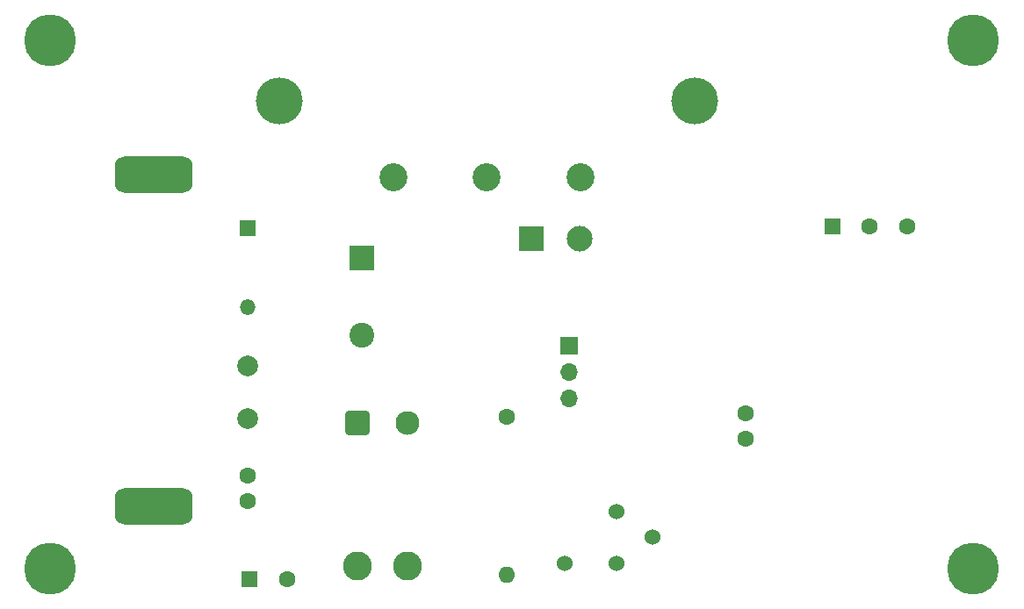
<source format=gbr>
%TF.GenerationSoftware,KiCad,Pcbnew,(6.0.5)*%
%TF.CreationDate,2022-07-10T15:42:58-07:00*%
%TF.ProjectId,BRD_strobelight,4252445f-7374-4726-9f62-656c69676874,rev?*%
%TF.SameCoordinates,Original*%
%TF.FileFunction,Soldermask,Top*%
%TF.FilePolarity,Negative*%
%FSLAX46Y46*%
G04 Gerber Fmt 4.6, Leading zero omitted, Abs format (unit mm)*
G04 Created by KiCad (PCBNEW (6.0.5)) date 2022-07-10 15:42:58*
%MOMM*%
%LPD*%
G01*
G04 APERTURE LIST*
G04 Aperture macros list*
%AMRoundRect*
0 Rectangle with rounded corners*
0 $1 Rounding radius*
0 $2 $3 $4 $5 $6 $7 $8 $9 X,Y pos of 4 corners*
0 Add a 4 corners polygon primitive as box body*
4,1,4,$2,$3,$4,$5,$6,$7,$8,$9,$2,$3,0*
0 Add four circle primitives for the rounded corners*
1,1,$1+$1,$2,$3*
1,1,$1+$1,$4,$5*
1,1,$1+$1,$6,$7*
1,1,$1+$1,$8,$9*
0 Add four rect primitives between the rounded corners*
20,1,$1+$1,$2,$3,$4,$5,0*
20,1,$1+$1,$4,$5,$6,$7,0*
20,1,$1+$1,$6,$7,$8,$9,0*
20,1,$1+$1,$8,$9,$2,$3,0*%
G04 Aperture macros list end*
%ADD10C,2.000000*%
%ADD11RoundRect,0.875000X2.875000X-0.875000X2.875000X0.875000X-2.875000X0.875000X-2.875000X-0.875000X0*%
%ADD12RoundRect,0.250000X-0.550000X-0.550000X0.550000X-0.550000X0.550000X0.550000X-0.550000X0.550000X0*%
%ADD13C,1.600000*%
%ADD14R,2.400000X2.400000*%
%ADD15C,2.400000*%
%ADD16R,1.700000X1.700000*%
%ADD17O,1.700000X1.700000*%
%ADD18C,5.000000*%
%ADD19C,2.900000*%
%ADD20O,1.600000X1.600000*%
%ADD21R,1.500000X1.500000*%
%ADD22O,1.500000X1.500000*%
%ADD23C,2.700000*%
%ADD24C,4.516000*%
%ADD25C,1.524000*%
%ADD26R,2.480000X2.480000*%
%ADD27C,2.480000*%
%ADD28C,2.800000*%
%ADD29RoundRect,0.250001X-0.899999X-0.899999X0.899999X-0.899999X0.899999X0.899999X-0.899999X0.899999X0*%
%ADD30C,2.300000*%
G04 APERTURE END LIST*
D10*
%TO.C,F1*%
X97000000Y-93460000D03*
X96990000Y-98540000D03*
%TD*%
D11*
%TO.C,R1*%
X88000000Y-107000000D03*
X88000000Y-75000000D03*
%TD*%
D12*
%TO.C,DS1*%
X97200000Y-114000000D03*
D13*
X100800000Y-114000000D03*
%TD*%
D14*
%TO.C,C1*%
X108000000Y-83000000D03*
D15*
X108000000Y-90500000D03*
%TD*%
D16*
%TO.C,D2*%
X128000000Y-91475000D03*
D17*
X128000000Y-94015000D03*
X128000000Y-96555000D03*
%TD*%
D18*
%TO.C,H1*%
X78000000Y-62000000D03*
D19*
X78000000Y-62000000D03*
%TD*%
D13*
%TO.C,R2*%
X122000000Y-98380000D03*
D20*
X122000000Y-113620000D03*
%TD*%
D19*
%TO.C,H4*%
X167000000Y-113000000D03*
D18*
X167000000Y-113000000D03*
%TD*%
D19*
%TO.C,H2*%
X167000000Y-62000000D03*
D18*
X167000000Y-62000000D03*
%TD*%
%TO.C,H3*%
X78000000Y-113000000D03*
D19*
X78000000Y-113000000D03*
%TD*%
D21*
%TO.C,D1*%
X97000000Y-80185000D03*
D22*
X97000000Y-87805000D03*
%TD*%
D23*
%TO.C,P1*%
X111093250Y-75206750D03*
X129093250Y-75206750D03*
X120093250Y-75206750D03*
D24*
X100093250Y-67906750D03*
X140093250Y-67906750D03*
%TD*%
D25*
%TO.C,T1*%
X132550000Y-107500000D03*
X127550000Y-112500000D03*
X132550000Y-112500000D03*
X136050000Y-110000000D03*
%TD*%
D13*
%TO.C,C2*%
X97000000Y-104000000D03*
X97000000Y-106500000D03*
%TD*%
D12*
%TO.C,DS2*%
X153400000Y-80000000D03*
D13*
X157000000Y-80000000D03*
X160600000Y-80000000D03*
%TD*%
%TO.C,C3*%
X145000000Y-98000000D03*
X145000000Y-100500000D03*
%TD*%
D26*
%TO.C,SW1*%
X124400000Y-81150000D03*
D27*
X129000000Y-81150000D03*
%TD*%
D28*
%TO.C,R3*%
X112400000Y-112775000D03*
X107600000Y-112775000D03*
D29*
X107600000Y-98975000D03*
D30*
X112400000Y-98975000D03*
%TD*%
M02*

</source>
